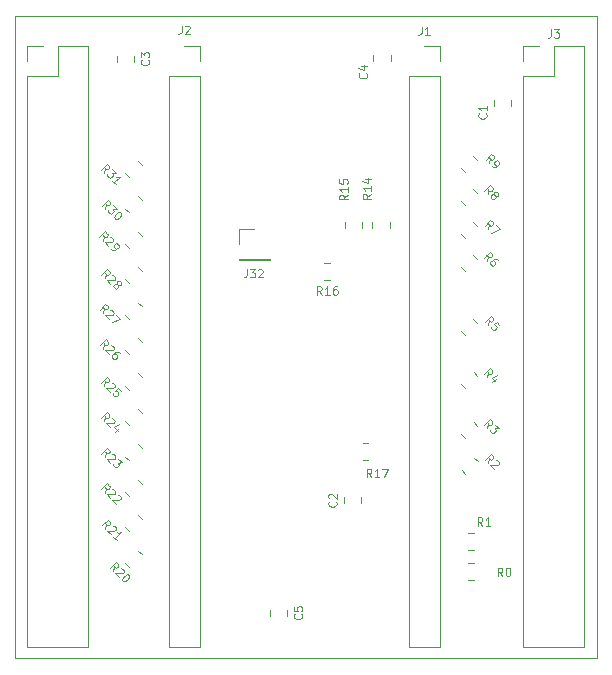
<source format=gbr>
%TF.GenerationSoftware,KiCad,Pcbnew,8.0.5-8.0.5-0~ubuntu24.04.1*%
%TF.CreationDate,2024-09-16T22:52:31+02:00*%
%TF.ProjectId,fx3_tn20k_adapter,6678335f-746e-4323-906b-5f6164617074,0.0.1*%
%TF.SameCoordinates,Original*%
%TF.FileFunction,Legend,Top*%
%TF.FilePolarity,Positive*%
%FSLAX46Y46*%
G04 Gerber Fmt 4.6, Leading zero omitted, Abs format (unit mm)*
G04 Created by KiCad (PCBNEW 8.0.5-8.0.5-0~ubuntu24.04.1) date 2024-09-16 22:52:31*
%MOMM*%
%LPD*%
G01*
G04 APERTURE LIST*
%ADD10C,0.120000*%
%TA.AperFunction,Profile*%
%ADD11C,0.100000*%
%TD*%
G04 APERTURE END LIST*
D10*
X197533532Y-106415676D02*
X197604242Y-106014983D01*
X197250689Y-106132834D02*
X197745664Y-105637859D01*
X197745664Y-105637859D02*
X197934225Y-105826421D01*
X197934225Y-105826421D02*
X197957796Y-105897131D01*
X197957796Y-105897131D02*
X197957796Y-105944272D01*
X197957796Y-105944272D02*
X197934225Y-106014983D01*
X197934225Y-106014983D02*
X197863515Y-106085693D01*
X197863515Y-106085693D02*
X197792804Y-106109263D01*
X197792804Y-106109263D02*
X197745664Y-106109263D01*
X197745664Y-106109263D02*
X197674953Y-106085693D01*
X197674953Y-106085693D02*
X197486391Y-105897131D01*
X198169928Y-106156404D02*
X198217068Y-106156404D01*
X198217068Y-106156404D02*
X198287779Y-106179974D01*
X198287779Y-106179974D02*
X198405630Y-106297825D01*
X198405630Y-106297825D02*
X198429200Y-106368536D01*
X198429200Y-106368536D02*
X198429200Y-106415676D01*
X198429200Y-106415676D02*
X198405630Y-106486387D01*
X198405630Y-106486387D02*
X198358489Y-106533527D01*
X198358489Y-106533527D02*
X198264209Y-106580668D01*
X198264209Y-106580668D02*
X197698523Y-106580668D01*
X197698523Y-106580668D02*
X198004936Y-106887081D01*
X197457332Y-99151276D02*
X197528042Y-98750583D01*
X197174489Y-98868434D02*
X197669464Y-98373459D01*
X197669464Y-98373459D02*
X197858025Y-98562021D01*
X197858025Y-98562021D02*
X197881596Y-98632731D01*
X197881596Y-98632731D02*
X197881596Y-98679872D01*
X197881596Y-98679872D02*
X197858025Y-98750583D01*
X197858025Y-98750583D02*
X197787315Y-98821293D01*
X197787315Y-98821293D02*
X197716604Y-98844863D01*
X197716604Y-98844863D02*
X197669464Y-98844863D01*
X197669464Y-98844863D02*
X197598753Y-98821293D01*
X197598753Y-98821293D02*
X197410191Y-98632731D01*
X198211579Y-99245557D02*
X197881596Y-99575540D01*
X198282289Y-98939144D02*
X197810885Y-99174847D01*
X197810885Y-99174847D02*
X198117298Y-99481260D01*
X184625926Y-109666866D02*
X184659260Y-109700199D01*
X184659260Y-109700199D02*
X184692593Y-109800199D01*
X184692593Y-109800199D02*
X184692593Y-109866866D01*
X184692593Y-109866866D02*
X184659260Y-109966866D01*
X184659260Y-109966866D02*
X184592593Y-110033533D01*
X184592593Y-110033533D02*
X184525926Y-110066866D01*
X184525926Y-110066866D02*
X184392593Y-110100199D01*
X184392593Y-110100199D02*
X184292593Y-110100199D01*
X184292593Y-110100199D02*
X184159260Y-110066866D01*
X184159260Y-110066866D02*
X184092593Y-110033533D01*
X184092593Y-110033533D02*
X184025926Y-109966866D01*
X184025926Y-109966866D02*
X183992593Y-109866866D01*
X183992593Y-109866866D02*
X183992593Y-109800199D01*
X183992593Y-109800199D02*
X184025926Y-109700199D01*
X184025926Y-109700199D02*
X184059260Y-109666866D01*
X184059260Y-109400199D02*
X184025926Y-109366866D01*
X184025926Y-109366866D02*
X183992593Y-109300199D01*
X183992593Y-109300199D02*
X183992593Y-109133533D01*
X183992593Y-109133533D02*
X184025926Y-109066866D01*
X184025926Y-109066866D02*
X184059260Y-109033533D01*
X184059260Y-109033533D02*
X184125926Y-109000199D01*
X184125926Y-109000199D02*
X184192593Y-109000199D01*
X184192593Y-109000199D02*
X184292593Y-109033533D01*
X184292593Y-109033533D02*
X184692593Y-109433533D01*
X184692593Y-109433533D02*
X184692593Y-109000199D01*
X165116029Y-111971174D02*
X165186739Y-111570480D01*
X164833186Y-111688331D02*
X165328161Y-111193356D01*
X165328161Y-111193356D02*
X165516723Y-111381918D01*
X165516723Y-111381918D02*
X165540293Y-111452629D01*
X165540293Y-111452629D02*
X165540293Y-111499769D01*
X165540293Y-111499769D02*
X165516723Y-111570480D01*
X165516723Y-111570480D02*
X165446012Y-111641190D01*
X165446012Y-111641190D02*
X165375301Y-111664761D01*
X165375301Y-111664761D02*
X165328161Y-111664761D01*
X165328161Y-111664761D02*
X165257450Y-111641190D01*
X165257450Y-111641190D02*
X165068888Y-111452629D01*
X165752425Y-111711901D02*
X165799565Y-111711901D01*
X165799565Y-111711901D02*
X165870276Y-111735471D01*
X165870276Y-111735471D02*
X165988127Y-111853322D01*
X165988127Y-111853322D02*
X166011697Y-111924033D01*
X166011697Y-111924033D02*
X166011697Y-111971174D01*
X166011697Y-111971174D02*
X165988127Y-112041884D01*
X165988127Y-112041884D02*
X165940987Y-112089025D01*
X165940987Y-112089025D02*
X165846706Y-112136165D01*
X165846706Y-112136165D02*
X165281020Y-112136165D01*
X165281020Y-112136165D02*
X165587433Y-112442578D01*
X166058838Y-112913983D02*
X165775995Y-112631140D01*
X165917417Y-112772562D02*
X166412391Y-112277587D01*
X166412391Y-112277587D02*
X166294540Y-112301157D01*
X166294540Y-112301157D02*
X166200259Y-112301157D01*
X166200259Y-112301157D02*
X166129549Y-112277587D01*
X164887429Y-87561774D02*
X164958139Y-87161080D01*
X164604586Y-87278931D02*
X165099561Y-86783956D01*
X165099561Y-86783956D02*
X165288123Y-86972518D01*
X165288123Y-86972518D02*
X165311693Y-87043229D01*
X165311693Y-87043229D02*
X165311693Y-87090369D01*
X165311693Y-87090369D02*
X165288123Y-87161080D01*
X165288123Y-87161080D02*
X165217412Y-87231790D01*
X165217412Y-87231790D02*
X165146701Y-87255361D01*
X165146701Y-87255361D02*
X165099561Y-87255361D01*
X165099561Y-87255361D02*
X165028850Y-87231790D01*
X165028850Y-87231790D02*
X164840288Y-87043229D01*
X165523825Y-87302501D02*
X165570965Y-87302501D01*
X165570965Y-87302501D02*
X165641676Y-87326071D01*
X165641676Y-87326071D02*
X165759527Y-87443922D01*
X165759527Y-87443922D02*
X165783097Y-87514633D01*
X165783097Y-87514633D02*
X165783097Y-87561774D01*
X165783097Y-87561774D02*
X165759527Y-87632484D01*
X165759527Y-87632484D02*
X165712387Y-87679625D01*
X165712387Y-87679625D02*
X165618106Y-87726765D01*
X165618106Y-87726765D02*
X165052420Y-87726765D01*
X165052420Y-87726765D02*
X165358833Y-88033178D01*
X165594536Y-88268881D02*
X165688817Y-88363162D01*
X165688817Y-88363162D02*
X165759527Y-88386732D01*
X165759527Y-88386732D02*
X165806668Y-88386732D01*
X165806668Y-88386732D02*
X165924519Y-88363162D01*
X165924519Y-88363162D02*
X166042370Y-88292451D01*
X166042370Y-88292451D02*
X166230932Y-88103889D01*
X166230932Y-88103889D02*
X166254502Y-88033178D01*
X166254502Y-88033178D02*
X166254502Y-87986038D01*
X166254502Y-87986038D02*
X166230932Y-87915327D01*
X166230932Y-87915327D02*
X166136651Y-87821046D01*
X166136651Y-87821046D02*
X166065940Y-87797476D01*
X166065940Y-87797476D02*
X166018800Y-87797476D01*
X166018800Y-87797476D02*
X165948089Y-87821046D01*
X165948089Y-87821046D02*
X165830238Y-87938897D01*
X165830238Y-87938897D02*
X165806668Y-88009608D01*
X165806668Y-88009608D02*
X165806668Y-88056749D01*
X165806668Y-88056749D02*
X165830238Y-88127459D01*
X165830238Y-88127459D02*
X165924519Y-88221740D01*
X165924519Y-88221740D02*
X165995230Y-88245310D01*
X165995230Y-88245310D02*
X166042370Y-88245310D01*
X166042370Y-88245310D02*
X166113081Y-88221740D01*
X197482732Y-83657276D02*
X197553442Y-83256583D01*
X197199889Y-83374434D02*
X197694864Y-82879459D01*
X197694864Y-82879459D02*
X197883425Y-83068021D01*
X197883425Y-83068021D02*
X197906996Y-83138731D01*
X197906996Y-83138731D02*
X197906996Y-83185872D01*
X197906996Y-83185872D02*
X197883425Y-83256583D01*
X197883425Y-83256583D02*
X197812715Y-83327293D01*
X197812715Y-83327293D02*
X197742004Y-83350863D01*
X197742004Y-83350863D02*
X197694864Y-83350863D01*
X197694864Y-83350863D02*
X197624153Y-83327293D01*
X197624153Y-83327293D02*
X197435591Y-83138731D01*
X198048417Y-83657276D02*
X198024847Y-83586566D01*
X198024847Y-83586566D02*
X198024847Y-83539425D01*
X198024847Y-83539425D02*
X198048417Y-83468715D01*
X198048417Y-83468715D02*
X198071987Y-83445144D01*
X198071987Y-83445144D02*
X198142698Y-83421574D01*
X198142698Y-83421574D02*
X198189838Y-83421574D01*
X198189838Y-83421574D02*
X198260549Y-83445144D01*
X198260549Y-83445144D02*
X198354830Y-83539425D01*
X198354830Y-83539425D02*
X198378400Y-83610136D01*
X198378400Y-83610136D02*
X198378400Y-83657276D01*
X198378400Y-83657276D02*
X198354830Y-83727987D01*
X198354830Y-83727987D02*
X198331260Y-83751557D01*
X198331260Y-83751557D02*
X198260549Y-83775127D01*
X198260549Y-83775127D02*
X198213409Y-83775127D01*
X198213409Y-83775127D02*
X198142698Y-83751557D01*
X198142698Y-83751557D02*
X198048417Y-83657276D01*
X198048417Y-83657276D02*
X197977706Y-83633706D01*
X197977706Y-83633706D02*
X197930566Y-83633706D01*
X197930566Y-83633706D02*
X197859855Y-83657276D01*
X197859855Y-83657276D02*
X197765574Y-83751557D01*
X197765574Y-83751557D02*
X197742004Y-83822268D01*
X197742004Y-83822268D02*
X197742004Y-83869408D01*
X197742004Y-83869408D02*
X197765574Y-83940119D01*
X197765574Y-83940119D02*
X197859855Y-84034400D01*
X197859855Y-84034400D02*
X197930566Y-84057970D01*
X197930566Y-84057970D02*
X197977706Y-84057970D01*
X197977706Y-84057970D02*
X198048417Y-84034400D01*
X198048417Y-84034400D02*
X198142698Y-83940119D01*
X198142698Y-83940119D02*
X198166268Y-83869408D01*
X198166268Y-83869408D02*
X198166268Y-83822268D01*
X198166268Y-83822268D02*
X198142698Y-83751557D01*
X197457332Y-103469275D02*
X197528042Y-103068582D01*
X197174489Y-103186433D02*
X197669464Y-102691458D01*
X197669464Y-102691458D02*
X197858025Y-102880020D01*
X197858025Y-102880020D02*
X197881596Y-102950730D01*
X197881596Y-102950730D02*
X197881596Y-102997871D01*
X197881596Y-102997871D02*
X197858025Y-103068582D01*
X197858025Y-103068582D02*
X197787315Y-103139292D01*
X197787315Y-103139292D02*
X197716604Y-103162862D01*
X197716604Y-103162862D02*
X197669464Y-103162862D01*
X197669464Y-103162862D02*
X197598753Y-103139292D01*
X197598753Y-103139292D02*
X197410191Y-102950730D01*
X198117298Y-103139292D02*
X198423711Y-103445705D01*
X198423711Y-103445705D02*
X198070157Y-103469275D01*
X198070157Y-103469275D02*
X198140868Y-103539986D01*
X198140868Y-103539986D02*
X198164438Y-103610697D01*
X198164438Y-103610697D02*
X198164438Y-103657837D01*
X198164438Y-103657837D02*
X198140868Y-103728548D01*
X198140868Y-103728548D02*
X198023017Y-103846399D01*
X198023017Y-103846399D02*
X197952306Y-103869969D01*
X197952306Y-103869969D02*
X197905166Y-103869969D01*
X197905166Y-103869969D02*
X197834455Y-103846399D01*
X197834455Y-103846399D02*
X197693034Y-103704978D01*
X197693034Y-103704978D02*
X197669464Y-103634267D01*
X197669464Y-103634267D02*
X197669464Y-103587126D01*
X164912829Y-93708574D02*
X164983539Y-93307880D01*
X164629986Y-93425731D02*
X165124961Y-92930756D01*
X165124961Y-92930756D02*
X165313523Y-93119318D01*
X165313523Y-93119318D02*
X165337093Y-93190029D01*
X165337093Y-93190029D02*
X165337093Y-93237169D01*
X165337093Y-93237169D02*
X165313523Y-93307880D01*
X165313523Y-93307880D02*
X165242812Y-93378590D01*
X165242812Y-93378590D02*
X165172101Y-93402161D01*
X165172101Y-93402161D02*
X165124961Y-93402161D01*
X165124961Y-93402161D02*
X165054250Y-93378590D01*
X165054250Y-93378590D02*
X164865688Y-93190029D01*
X165549225Y-93449301D02*
X165596365Y-93449301D01*
X165596365Y-93449301D02*
X165667076Y-93472871D01*
X165667076Y-93472871D02*
X165784927Y-93590722D01*
X165784927Y-93590722D02*
X165808497Y-93661433D01*
X165808497Y-93661433D02*
X165808497Y-93708574D01*
X165808497Y-93708574D02*
X165784927Y-93779284D01*
X165784927Y-93779284D02*
X165737787Y-93826425D01*
X165737787Y-93826425D02*
X165643506Y-93873565D01*
X165643506Y-93873565D02*
X165077820Y-93873565D01*
X165077820Y-93873565D02*
X165384233Y-94179978D01*
X166044200Y-93849995D02*
X166374183Y-94179978D01*
X166374183Y-94179978D02*
X165667076Y-94462821D01*
X202839666Y-69677593D02*
X202839666Y-70177593D01*
X202839666Y-70177593D02*
X202806333Y-70277593D01*
X202806333Y-70277593D02*
X202739666Y-70344260D01*
X202739666Y-70344260D02*
X202639666Y-70377593D01*
X202639666Y-70377593D02*
X202573000Y-70377593D01*
X203106333Y-69677593D02*
X203539666Y-69677593D01*
X203539666Y-69677593D02*
X203306333Y-69944260D01*
X203306333Y-69944260D02*
X203406333Y-69944260D01*
X203406333Y-69944260D02*
X203472999Y-69977593D01*
X203472999Y-69977593D02*
X203506333Y-70010926D01*
X203506333Y-70010926D02*
X203539666Y-70077593D01*
X203539666Y-70077593D02*
X203539666Y-70244260D01*
X203539666Y-70244260D02*
X203506333Y-70310926D01*
X203506333Y-70310926D02*
X203472999Y-70344260D01*
X203472999Y-70344260D02*
X203406333Y-70377593D01*
X203406333Y-70377593D02*
X203206333Y-70377593D01*
X203206333Y-70377593D02*
X203139666Y-70344260D01*
X203139666Y-70344260D02*
X203106333Y-70310926D01*
X164938229Y-96705774D02*
X165008939Y-96305080D01*
X164655386Y-96422931D02*
X165150361Y-95927956D01*
X165150361Y-95927956D02*
X165338923Y-96116518D01*
X165338923Y-96116518D02*
X165362493Y-96187229D01*
X165362493Y-96187229D02*
X165362493Y-96234369D01*
X165362493Y-96234369D02*
X165338923Y-96305080D01*
X165338923Y-96305080D02*
X165268212Y-96375790D01*
X165268212Y-96375790D02*
X165197501Y-96399361D01*
X165197501Y-96399361D02*
X165150361Y-96399361D01*
X165150361Y-96399361D02*
X165079650Y-96375790D01*
X165079650Y-96375790D02*
X164891088Y-96187229D01*
X165574625Y-96446501D02*
X165621765Y-96446501D01*
X165621765Y-96446501D02*
X165692476Y-96470071D01*
X165692476Y-96470071D02*
X165810327Y-96587922D01*
X165810327Y-96587922D02*
X165833897Y-96658633D01*
X165833897Y-96658633D02*
X165833897Y-96705774D01*
X165833897Y-96705774D02*
X165810327Y-96776484D01*
X165810327Y-96776484D02*
X165763187Y-96823625D01*
X165763187Y-96823625D02*
X165668906Y-96870765D01*
X165668906Y-96870765D02*
X165103220Y-96870765D01*
X165103220Y-96870765D02*
X165409633Y-97177178D01*
X166328872Y-97106468D02*
X166234591Y-97012187D01*
X166234591Y-97012187D02*
X166163881Y-96988617D01*
X166163881Y-96988617D02*
X166116740Y-96988617D01*
X166116740Y-96988617D02*
X165998889Y-97012187D01*
X165998889Y-97012187D02*
X165881038Y-97082897D01*
X165881038Y-97082897D02*
X165692476Y-97271459D01*
X165692476Y-97271459D02*
X165668906Y-97342170D01*
X165668906Y-97342170D02*
X165668906Y-97389310D01*
X165668906Y-97389310D02*
X165692476Y-97460021D01*
X165692476Y-97460021D02*
X165786757Y-97554302D01*
X165786757Y-97554302D02*
X165857468Y-97577872D01*
X165857468Y-97577872D02*
X165904608Y-97577872D01*
X165904608Y-97577872D02*
X165975319Y-97554302D01*
X165975319Y-97554302D02*
X166093170Y-97436451D01*
X166093170Y-97436451D02*
X166116740Y-97365740D01*
X166116740Y-97365740D02*
X166116740Y-97318600D01*
X166116740Y-97318600D02*
X166093170Y-97247889D01*
X166093170Y-97247889D02*
X165998889Y-97153608D01*
X165998889Y-97153608D02*
X165928179Y-97130038D01*
X165928179Y-97130038D02*
X165881038Y-97130038D01*
X165881038Y-97130038D02*
X165810327Y-97153608D01*
X187591793Y-83609600D02*
X187258460Y-83842933D01*
X187591793Y-84009600D02*
X186891793Y-84009600D01*
X186891793Y-84009600D02*
X186891793Y-83742933D01*
X186891793Y-83742933D02*
X186925126Y-83676267D01*
X186925126Y-83676267D02*
X186958460Y-83642933D01*
X186958460Y-83642933D02*
X187025126Y-83609600D01*
X187025126Y-83609600D02*
X187125126Y-83609600D01*
X187125126Y-83609600D02*
X187191793Y-83642933D01*
X187191793Y-83642933D02*
X187225126Y-83676267D01*
X187225126Y-83676267D02*
X187258460Y-83742933D01*
X187258460Y-83742933D02*
X187258460Y-84009600D01*
X187591793Y-82942933D02*
X187591793Y-83342933D01*
X187591793Y-83142933D02*
X186891793Y-83142933D01*
X186891793Y-83142933D02*
X186991793Y-83209600D01*
X186991793Y-83209600D02*
X187058460Y-83276267D01*
X187058460Y-83276267D02*
X187091793Y-83342933D01*
X187125126Y-82342933D02*
X187591793Y-82342933D01*
X186858460Y-82509600D02*
X187358460Y-82676266D01*
X187358460Y-82676266D02*
X187358460Y-82242933D01*
X165065229Y-105900574D02*
X165135939Y-105499880D01*
X164782386Y-105617731D02*
X165277361Y-105122756D01*
X165277361Y-105122756D02*
X165465923Y-105311318D01*
X165465923Y-105311318D02*
X165489493Y-105382029D01*
X165489493Y-105382029D02*
X165489493Y-105429169D01*
X165489493Y-105429169D02*
X165465923Y-105499880D01*
X165465923Y-105499880D02*
X165395212Y-105570590D01*
X165395212Y-105570590D02*
X165324501Y-105594161D01*
X165324501Y-105594161D02*
X165277361Y-105594161D01*
X165277361Y-105594161D02*
X165206650Y-105570590D01*
X165206650Y-105570590D02*
X165018088Y-105382029D01*
X165701625Y-105641301D02*
X165748765Y-105641301D01*
X165748765Y-105641301D02*
X165819476Y-105664871D01*
X165819476Y-105664871D02*
X165937327Y-105782722D01*
X165937327Y-105782722D02*
X165960897Y-105853433D01*
X165960897Y-105853433D02*
X165960897Y-105900574D01*
X165960897Y-105900574D02*
X165937327Y-105971284D01*
X165937327Y-105971284D02*
X165890187Y-106018425D01*
X165890187Y-106018425D02*
X165795906Y-106065565D01*
X165795906Y-106065565D02*
X165230220Y-106065565D01*
X165230220Y-106065565D02*
X165536633Y-106371978D01*
X166196600Y-106041995D02*
X166503013Y-106348408D01*
X166503013Y-106348408D02*
X166149459Y-106371978D01*
X166149459Y-106371978D02*
X166220170Y-106442689D01*
X166220170Y-106442689D02*
X166243740Y-106513400D01*
X166243740Y-106513400D02*
X166243740Y-106560540D01*
X166243740Y-106560540D02*
X166220170Y-106631251D01*
X166220170Y-106631251D02*
X166102319Y-106749102D01*
X166102319Y-106749102D02*
X166031608Y-106772672D01*
X166031608Y-106772672D02*
X165984468Y-106772672D01*
X165984468Y-106772672D02*
X165913757Y-106749102D01*
X165913757Y-106749102D02*
X165772336Y-106607681D01*
X165772336Y-106607681D02*
X165748766Y-106536970D01*
X165748766Y-106536970D02*
X165748766Y-106489829D01*
X183445999Y-92137593D02*
X183212666Y-91804260D01*
X183045999Y-92137593D02*
X183045999Y-91437593D01*
X183045999Y-91437593D02*
X183312666Y-91437593D01*
X183312666Y-91437593D02*
X183379333Y-91470926D01*
X183379333Y-91470926D02*
X183412666Y-91504260D01*
X183412666Y-91504260D02*
X183445999Y-91570926D01*
X183445999Y-91570926D02*
X183445999Y-91670926D01*
X183445999Y-91670926D02*
X183412666Y-91737593D01*
X183412666Y-91737593D02*
X183379333Y-91770926D01*
X183379333Y-91770926D02*
X183312666Y-91804260D01*
X183312666Y-91804260D02*
X183045999Y-91804260D01*
X184112666Y-92137593D02*
X183712666Y-92137593D01*
X183912666Y-92137593D02*
X183912666Y-91437593D01*
X183912666Y-91437593D02*
X183845999Y-91537593D01*
X183845999Y-91537593D02*
X183779333Y-91604260D01*
X183779333Y-91604260D02*
X183712666Y-91637593D01*
X184712666Y-91437593D02*
X184579333Y-91437593D01*
X184579333Y-91437593D02*
X184512666Y-91470926D01*
X184512666Y-91470926D02*
X184479333Y-91504260D01*
X184479333Y-91504260D02*
X184412666Y-91604260D01*
X184412666Y-91604260D02*
X184379333Y-91737593D01*
X184379333Y-91737593D02*
X184379333Y-92004260D01*
X184379333Y-92004260D02*
X184412666Y-92070926D01*
X184412666Y-92070926D02*
X184446000Y-92104260D01*
X184446000Y-92104260D02*
X184512666Y-92137593D01*
X184512666Y-92137593D02*
X184646000Y-92137593D01*
X184646000Y-92137593D02*
X184712666Y-92104260D01*
X184712666Y-92104260D02*
X184746000Y-92070926D01*
X184746000Y-92070926D02*
X184779333Y-92004260D01*
X184779333Y-92004260D02*
X184779333Y-91837593D01*
X184779333Y-91837593D02*
X184746000Y-91770926D01*
X184746000Y-91770926D02*
X184712666Y-91737593D01*
X184712666Y-91737593D02*
X184646000Y-91704260D01*
X184646000Y-91704260D02*
X184512666Y-91704260D01*
X184512666Y-91704260D02*
X184446000Y-91737593D01*
X184446000Y-91737593D02*
X184412666Y-91770926D01*
X184412666Y-91770926D02*
X184379333Y-91837593D01*
X197329526Y-76799266D02*
X197362860Y-76832599D01*
X197362860Y-76832599D02*
X197396193Y-76932599D01*
X197396193Y-76932599D02*
X197396193Y-76999266D01*
X197396193Y-76999266D02*
X197362860Y-77099266D01*
X197362860Y-77099266D02*
X197296193Y-77165933D01*
X197296193Y-77165933D02*
X197229526Y-77199266D01*
X197229526Y-77199266D02*
X197096193Y-77232599D01*
X197096193Y-77232599D02*
X196996193Y-77232599D01*
X196996193Y-77232599D02*
X196862860Y-77199266D01*
X196862860Y-77199266D02*
X196796193Y-77165933D01*
X196796193Y-77165933D02*
X196729526Y-77099266D01*
X196729526Y-77099266D02*
X196696193Y-76999266D01*
X196696193Y-76999266D02*
X196696193Y-76932599D01*
X196696193Y-76932599D02*
X196729526Y-76832599D01*
X196729526Y-76832599D02*
X196762860Y-76799266D01*
X197396193Y-76132599D02*
X197396193Y-76532599D01*
X197396193Y-76332599D02*
X196696193Y-76332599D01*
X196696193Y-76332599D02*
X196796193Y-76399266D01*
X196796193Y-76399266D02*
X196862860Y-76465933D01*
X196862860Y-76465933D02*
X196896193Y-76532599D01*
X197584332Y-81015675D02*
X197655042Y-80614982D01*
X197301489Y-80732833D02*
X197796464Y-80237858D01*
X197796464Y-80237858D02*
X197985025Y-80426420D01*
X197985025Y-80426420D02*
X198008596Y-80497130D01*
X198008596Y-80497130D02*
X198008596Y-80544271D01*
X198008596Y-80544271D02*
X197985025Y-80614982D01*
X197985025Y-80614982D02*
X197914315Y-80685692D01*
X197914315Y-80685692D02*
X197843604Y-80709262D01*
X197843604Y-80709262D02*
X197796464Y-80709262D01*
X197796464Y-80709262D02*
X197725753Y-80685692D01*
X197725753Y-80685692D02*
X197537191Y-80497130D01*
X197820034Y-81251378D02*
X197914315Y-81345659D01*
X197914315Y-81345659D02*
X197985025Y-81369229D01*
X197985025Y-81369229D02*
X198032166Y-81369229D01*
X198032166Y-81369229D02*
X198150017Y-81345659D01*
X198150017Y-81345659D02*
X198267868Y-81274948D01*
X198267868Y-81274948D02*
X198456430Y-81086386D01*
X198456430Y-81086386D02*
X198480000Y-81015675D01*
X198480000Y-81015675D02*
X198480000Y-80968535D01*
X198480000Y-80968535D02*
X198456430Y-80897824D01*
X198456430Y-80897824D02*
X198362149Y-80803543D01*
X198362149Y-80803543D02*
X198291438Y-80779973D01*
X198291438Y-80779973D02*
X198244298Y-80779973D01*
X198244298Y-80779973D02*
X198173587Y-80803543D01*
X198173587Y-80803543D02*
X198055736Y-80921394D01*
X198055736Y-80921394D02*
X198032166Y-80992105D01*
X198032166Y-80992105D02*
X198032166Y-81039246D01*
X198032166Y-81039246D02*
X198055736Y-81109956D01*
X198055736Y-81109956D02*
X198150017Y-81204237D01*
X198150017Y-81204237D02*
X198220728Y-81227807D01*
X198220728Y-81227807D02*
X198267868Y-81227807D01*
X198267868Y-81227807D02*
X198338579Y-81204237D01*
X165065229Y-90762175D02*
X165135939Y-90361481D01*
X164782386Y-90479332D02*
X165277361Y-89984357D01*
X165277361Y-89984357D02*
X165465923Y-90172919D01*
X165465923Y-90172919D02*
X165489493Y-90243630D01*
X165489493Y-90243630D02*
X165489493Y-90290770D01*
X165489493Y-90290770D02*
X165465923Y-90361481D01*
X165465923Y-90361481D02*
X165395212Y-90432191D01*
X165395212Y-90432191D02*
X165324501Y-90455762D01*
X165324501Y-90455762D02*
X165277361Y-90455762D01*
X165277361Y-90455762D02*
X165206650Y-90432191D01*
X165206650Y-90432191D02*
X165018088Y-90243630D01*
X165701625Y-90502902D02*
X165748765Y-90502902D01*
X165748765Y-90502902D02*
X165819476Y-90526472D01*
X165819476Y-90526472D02*
X165937327Y-90644323D01*
X165937327Y-90644323D02*
X165960897Y-90715034D01*
X165960897Y-90715034D02*
X165960897Y-90762175D01*
X165960897Y-90762175D02*
X165937327Y-90832885D01*
X165937327Y-90832885D02*
X165890187Y-90880026D01*
X165890187Y-90880026D02*
X165795906Y-90927166D01*
X165795906Y-90927166D02*
X165230220Y-90927166D01*
X165230220Y-90927166D02*
X165536633Y-91233579D01*
X166102319Y-91233579D02*
X166078749Y-91162869D01*
X166078749Y-91162869D02*
X166078749Y-91115728D01*
X166078749Y-91115728D02*
X166102319Y-91045018D01*
X166102319Y-91045018D02*
X166125889Y-91021447D01*
X166125889Y-91021447D02*
X166196600Y-90997877D01*
X166196600Y-90997877D02*
X166243740Y-90997877D01*
X166243740Y-90997877D02*
X166314451Y-91021447D01*
X166314451Y-91021447D02*
X166408732Y-91115728D01*
X166408732Y-91115728D02*
X166432302Y-91186439D01*
X166432302Y-91186439D02*
X166432302Y-91233579D01*
X166432302Y-91233579D02*
X166408732Y-91304290D01*
X166408732Y-91304290D02*
X166385162Y-91327860D01*
X166385162Y-91327860D02*
X166314451Y-91351430D01*
X166314451Y-91351430D02*
X166267311Y-91351430D01*
X166267311Y-91351430D02*
X166196600Y-91327860D01*
X166196600Y-91327860D02*
X166102319Y-91233579D01*
X166102319Y-91233579D02*
X166031608Y-91210009D01*
X166031608Y-91210009D02*
X165984468Y-91210009D01*
X165984468Y-91210009D02*
X165913757Y-91233579D01*
X165913757Y-91233579D02*
X165819476Y-91327860D01*
X165819476Y-91327860D02*
X165795906Y-91398571D01*
X165795906Y-91398571D02*
X165795906Y-91445711D01*
X165795906Y-91445711D02*
X165819476Y-91516422D01*
X165819476Y-91516422D02*
X165913757Y-91610703D01*
X165913757Y-91610703D02*
X165984468Y-91634273D01*
X165984468Y-91634273D02*
X166031608Y-91634273D01*
X166031608Y-91634273D02*
X166102319Y-91610703D01*
X166102319Y-91610703D02*
X166196600Y-91516422D01*
X166196600Y-91516422D02*
X166220170Y-91445711D01*
X166220170Y-91445711D02*
X166220170Y-91398571D01*
X166220170Y-91398571D02*
X166196600Y-91327860D01*
X165116029Y-84894774D02*
X165186739Y-84494080D01*
X164833186Y-84611931D02*
X165328161Y-84116956D01*
X165328161Y-84116956D02*
X165516723Y-84305518D01*
X165516723Y-84305518D02*
X165540293Y-84376229D01*
X165540293Y-84376229D02*
X165540293Y-84423369D01*
X165540293Y-84423369D02*
X165516723Y-84494080D01*
X165516723Y-84494080D02*
X165446012Y-84564790D01*
X165446012Y-84564790D02*
X165375301Y-84588361D01*
X165375301Y-84588361D02*
X165328161Y-84588361D01*
X165328161Y-84588361D02*
X165257450Y-84564790D01*
X165257450Y-84564790D02*
X165068888Y-84376229D01*
X165775995Y-84564790D02*
X166082408Y-84871203D01*
X166082408Y-84871203D02*
X165728855Y-84894774D01*
X165728855Y-84894774D02*
X165799565Y-84965484D01*
X165799565Y-84965484D02*
X165823136Y-85036195D01*
X165823136Y-85036195D02*
X165823136Y-85083335D01*
X165823136Y-85083335D02*
X165799565Y-85154046D01*
X165799565Y-85154046D02*
X165681714Y-85271897D01*
X165681714Y-85271897D02*
X165611004Y-85295467D01*
X165611004Y-85295467D02*
X165563863Y-85295467D01*
X165563863Y-85295467D02*
X165493152Y-85271897D01*
X165493152Y-85271897D02*
X165351731Y-85130476D01*
X165351731Y-85130476D02*
X165328161Y-85059765D01*
X165328161Y-85059765D02*
X165328161Y-85012625D01*
X166388821Y-85177617D02*
X166435962Y-85224757D01*
X166435962Y-85224757D02*
X166459532Y-85295468D01*
X166459532Y-85295468D02*
X166459532Y-85342608D01*
X166459532Y-85342608D02*
X166435962Y-85413319D01*
X166435962Y-85413319D02*
X166365251Y-85531170D01*
X166365251Y-85531170D02*
X166247400Y-85649021D01*
X166247400Y-85649021D02*
X166129549Y-85719732D01*
X166129549Y-85719732D02*
X166058838Y-85743302D01*
X166058838Y-85743302D02*
X166011698Y-85743302D01*
X166011698Y-85743302D02*
X165940987Y-85719732D01*
X165940987Y-85719732D02*
X165893847Y-85672591D01*
X165893847Y-85672591D02*
X165870276Y-85601881D01*
X165870276Y-85601881D02*
X165870276Y-85554740D01*
X165870276Y-85554740D02*
X165893847Y-85484029D01*
X165893847Y-85484029D02*
X165964557Y-85366178D01*
X165964557Y-85366178D02*
X166082408Y-85248327D01*
X166082408Y-85248327D02*
X166200259Y-85177617D01*
X166200259Y-85177617D02*
X166270970Y-85154046D01*
X166270970Y-85154046D02*
X166318111Y-85154046D01*
X166318111Y-85154046D02*
X166388821Y-85177617D01*
X171572266Y-69365993D02*
X171572266Y-69865993D01*
X171572266Y-69865993D02*
X171538933Y-69965993D01*
X171538933Y-69965993D02*
X171472266Y-70032660D01*
X171472266Y-70032660D02*
X171372266Y-70065993D01*
X171372266Y-70065993D02*
X171305600Y-70065993D01*
X171872266Y-69432660D02*
X171905599Y-69399326D01*
X171905599Y-69399326D02*
X171972266Y-69365993D01*
X171972266Y-69365993D02*
X172138933Y-69365993D01*
X172138933Y-69365993D02*
X172205599Y-69399326D01*
X172205599Y-69399326D02*
X172238933Y-69432660D01*
X172238933Y-69432660D02*
X172272266Y-69499326D01*
X172272266Y-69499326D02*
X172272266Y-69565993D01*
X172272266Y-69565993D02*
X172238933Y-69665993D01*
X172238933Y-69665993D02*
X171838933Y-70065993D01*
X171838933Y-70065993D02*
X172272266Y-70065993D01*
X165014429Y-102877975D02*
X165085139Y-102477281D01*
X164731586Y-102595132D02*
X165226561Y-102100157D01*
X165226561Y-102100157D02*
X165415123Y-102288719D01*
X165415123Y-102288719D02*
X165438693Y-102359430D01*
X165438693Y-102359430D02*
X165438693Y-102406570D01*
X165438693Y-102406570D02*
X165415123Y-102477281D01*
X165415123Y-102477281D02*
X165344412Y-102547991D01*
X165344412Y-102547991D02*
X165273701Y-102571562D01*
X165273701Y-102571562D02*
X165226561Y-102571562D01*
X165226561Y-102571562D02*
X165155850Y-102547991D01*
X165155850Y-102547991D02*
X164967288Y-102359430D01*
X165650825Y-102618702D02*
X165697965Y-102618702D01*
X165697965Y-102618702D02*
X165768676Y-102642272D01*
X165768676Y-102642272D02*
X165886527Y-102760123D01*
X165886527Y-102760123D02*
X165910097Y-102830834D01*
X165910097Y-102830834D02*
X165910097Y-102877975D01*
X165910097Y-102877975D02*
X165886527Y-102948685D01*
X165886527Y-102948685D02*
X165839387Y-102995826D01*
X165839387Y-102995826D02*
X165745106Y-103042966D01*
X165745106Y-103042966D02*
X165179420Y-103042966D01*
X165179420Y-103042966D02*
X165485833Y-103349379D01*
X166240081Y-103443660D02*
X165910098Y-103773643D01*
X166310791Y-103137247D02*
X165839387Y-103372950D01*
X165839387Y-103372950D02*
X166145800Y-103679363D01*
X165039829Y-99880774D02*
X165110539Y-99480080D01*
X164756986Y-99597931D02*
X165251961Y-99102956D01*
X165251961Y-99102956D02*
X165440523Y-99291518D01*
X165440523Y-99291518D02*
X165464093Y-99362229D01*
X165464093Y-99362229D02*
X165464093Y-99409369D01*
X165464093Y-99409369D02*
X165440523Y-99480080D01*
X165440523Y-99480080D02*
X165369812Y-99550790D01*
X165369812Y-99550790D02*
X165299101Y-99574361D01*
X165299101Y-99574361D02*
X165251961Y-99574361D01*
X165251961Y-99574361D02*
X165181250Y-99550790D01*
X165181250Y-99550790D02*
X164992688Y-99362229D01*
X165676225Y-99621501D02*
X165723365Y-99621501D01*
X165723365Y-99621501D02*
X165794076Y-99645071D01*
X165794076Y-99645071D02*
X165911927Y-99762922D01*
X165911927Y-99762922D02*
X165935497Y-99833633D01*
X165935497Y-99833633D02*
X165935497Y-99880774D01*
X165935497Y-99880774D02*
X165911927Y-99951484D01*
X165911927Y-99951484D02*
X165864787Y-99998625D01*
X165864787Y-99998625D02*
X165770506Y-100045765D01*
X165770506Y-100045765D02*
X165204820Y-100045765D01*
X165204820Y-100045765D02*
X165511233Y-100352178D01*
X166454043Y-100305038D02*
X166218340Y-100069336D01*
X166218340Y-100069336D02*
X165959068Y-100281468D01*
X165959068Y-100281468D02*
X166006208Y-100281468D01*
X166006208Y-100281468D02*
X166076919Y-100305038D01*
X166076919Y-100305038D02*
X166194770Y-100422889D01*
X166194770Y-100422889D02*
X166218340Y-100493600D01*
X166218340Y-100493600D02*
X166218340Y-100540740D01*
X166218340Y-100540740D02*
X166194770Y-100611451D01*
X166194770Y-100611451D02*
X166076919Y-100729302D01*
X166076919Y-100729302D02*
X166006208Y-100752872D01*
X166006208Y-100752872D02*
X165959068Y-100752872D01*
X165959068Y-100752872D02*
X165888357Y-100729302D01*
X165888357Y-100729302D02*
X165770506Y-100611451D01*
X165770506Y-100611451D02*
X165746936Y-100540740D01*
X165746936Y-100540740D02*
X165746936Y-100493600D01*
X168758126Y-72278066D02*
X168791460Y-72311399D01*
X168791460Y-72311399D02*
X168824793Y-72411399D01*
X168824793Y-72411399D02*
X168824793Y-72478066D01*
X168824793Y-72478066D02*
X168791460Y-72578066D01*
X168791460Y-72578066D02*
X168724793Y-72644733D01*
X168724793Y-72644733D02*
X168658126Y-72678066D01*
X168658126Y-72678066D02*
X168524793Y-72711399D01*
X168524793Y-72711399D02*
X168424793Y-72711399D01*
X168424793Y-72711399D02*
X168291460Y-72678066D01*
X168291460Y-72678066D02*
X168224793Y-72644733D01*
X168224793Y-72644733D02*
X168158126Y-72578066D01*
X168158126Y-72578066D02*
X168124793Y-72478066D01*
X168124793Y-72478066D02*
X168124793Y-72411399D01*
X168124793Y-72411399D02*
X168158126Y-72311399D01*
X168158126Y-72311399D02*
X168191460Y-72278066D01*
X168124793Y-72044733D02*
X168124793Y-71611399D01*
X168124793Y-71611399D02*
X168391460Y-71844733D01*
X168391460Y-71844733D02*
X168391460Y-71744733D01*
X168391460Y-71744733D02*
X168424793Y-71678066D01*
X168424793Y-71678066D02*
X168458126Y-71644733D01*
X168458126Y-71644733D02*
X168524793Y-71611399D01*
X168524793Y-71611399D02*
X168691460Y-71611399D01*
X168691460Y-71611399D02*
X168758126Y-71644733D01*
X168758126Y-71644733D02*
X168791460Y-71678066D01*
X168791460Y-71678066D02*
X168824793Y-71744733D01*
X168824793Y-71744733D02*
X168824793Y-71944733D01*
X168824793Y-71944733D02*
X168791460Y-72011399D01*
X168791460Y-72011399D02*
X168758126Y-72044733D01*
X197508132Y-86603676D02*
X197578842Y-86202983D01*
X197225289Y-86320834D02*
X197720264Y-85825859D01*
X197720264Y-85825859D02*
X197908825Y-86014421D01*
X197908825Y-86014421D02*
X197932396Y-86085131D01*
X197932396Y-86085131D02*
X197932396Y-86132272D01*
X197932396Y-86132272D02*
X197908825Y-86202983D01*
X197908825Y-86202983D02*
X197838115Y-86273693D01*
X197838115Y-86273693D02*
X197767404Y-86297263D01*
X197767404Y-86297263D02*
X197720264Y-86297263D01*
X197720264Y-86297263D02*
X197649553Y-86273693D01*
X197649553Y-86273693D02*
X197460991Y-86085131D01*
X198168098Y-86273693D02*
X198498081Y-86603676D01*
X198498081Y-86603676D02*
X197790974Y-86886519D01*
X165065229Y-108897774D02*
X165135939Y-108497080D01*
X164782386Y-108614931D02*
X165277361Y-108119956D01*
X165277361Y-108119956D02*
X165465923Y-108308518D01*
X165465923Y-108308518D02*
X165489493Y-108379229D01*
X165489493Y-108379229D02*
X165489493Y-108426369D01*
X165489493Y-108426369D02*
X165465923Y-108497080D01*
X165465923Y-108497080D02*
X165395212Y-108567790D01*
X165395212Y-108567790D02*
X165324501Y-108591361D01*
X165324501Y-108591361D02*
X165277361Y-108591361D01*
X165277361Y-108591361D02*
X165206650Y-108567790D01*
X165206650Y-108567790D02*
X165018088Y-108379229D01*
X165701625Y-108638501D02*
X165748765Y-108638501D01*
X165748765Y-108638501D02*
X165819476Y-108662071D01*
X165819476Y-108662071D02*
X165937327Y-108779922D01*
X165937327Y-108779922D02*
X165960897Y-108850633D01*
X165960897Y-108850633D02*
X165960897Y-108897774D01*
X165960897Y-108897774D02*
X165937327Y-108968484D01*
X165937327Y-108968484D02*
X165890187Y-109015625D01*
X165890187Y-109015625D02*
X165795906Y-109062765D01*
X165795906Y-109062765D02*
X165230220Y-109062765D01*
X165230220Y-109062765D02*
X165536633Y-109369178D01*
X166173030Y-109109906D02*
X166220170Y-109109906D01*
X166220170Y-109109906D02*
X166290881Y-109133476D01*
X166290881Y-109133476D02*
X166408732Y-109251327D01*
X166408732Y-109251327D02*
X166432302Y-109322038D01*
X166432302Y-109322038D02*
X166432302Y-109369178D01*
X166432302Y-109369178D02*
X166408732Y-109439889D01*
X166408732Y-109439889D02*
X166361591Y-109487029D01*
X166361591Y-109487029D02*
X166267311Y-109534170D01*
X166267311Y-109534170D02*
X165701625Y-109534170D01*
X165701625Y-109534170D02*
X166008038Y-109840583D01*
X198739933Y-115963793D02*
X198506600Y-115630460D01*
X198339933Y-115963793D02*
X198339933Y-115263793D01*
X198339933Y-115263793D02*
X198606600Y-115263793D01*
X198606600Y-115263793D02*
X198673267Y-115297126D01*
X198673267Y-115297126D02*
X198706600Y-115330460D01*
X198706600Y-115330460D02*
X198739933Y-115397126D01*
X198739933Y-115397126D02*
X198739933Y-115497126D01*
X198739933Y-115497126D02*
X198706600Y-115563793D01*
X198706600Y-115563793D02*
X198673267Y-115597126D01*
X198673267Y-115597126D02*
X198606600Y-115630460D01*
X198606600Y-115630460D02*
X198339933Y-115630460D01*
X199173267Y-115263793D02*
X199239933Y-115263793D01*
X199239933Y-115263793D02*
X199306600Y-115297126D01*
X199306600Y-115297126D02*
X199339933Y-115330460D01*
X199339933Y-115330460D02*
X199373267Y-115397126D01*
X199373267Y-115397126D02*
X199406600Y-115530460D01*
X199406600Y-115530460D02*
X199406600Y-115697126D01*
X199406600Y-115697126D02*
X199373267Y-115830460D01*
X199373267Y-115830460D02*
X199339933Y-115897126D01*
X199339933Y-115897126D02*
X199306600Y-115930460D01*
X199306600Y-115930460D02*
X199239933Y-115963793D01*
X199239933Y-115963793D02*
X199173267Y-115963793D01*
X199173267Y-115963793D02*
X199106600Y-115930460D01*
X199106600Y-115930460D02*
X199073267Y-115897126D01*
X199073267Y-115897126D02*
X199039933Y-115830460D01*
X199039933Y-115830460D02*
X199006600Y-115697126D01*
X199006600Y-115697126D02*
X199006600Y-115530460D01*
X199006600Y-115530460D02*
X199039933Y-115397126D01*
X199039933Y-115397126D02*
X199073267Y-115330460D01*
X199073267Y-115330460D02*
X199106600Y-115297126D01*
X199106600Y-115297126D02*
X199173267Y-115263793D01*
X185635993Y-83685800D02*
X185302660Y-83919133D01*
X185635993Y-84085800D02*
X184935993Y-84085800D01*
X184935993Y-84085800D02*
X184935993Y-83819133D01*
X184935993Y-83819133D02*
X184969326Y-83752467D01*
X184969326Y-83752467D02*
X185002660Y-83719133D01*
X185002660Y-83719133D02*
X185069326Y-83685800D01*
X185069326Y-83685800D02*
X185169326Y-83685800D01*
X185169326Y-83685800D02*
X185235993Y-83719133D01*
X185235993Y-83719133D02*
X185269326Y-83752467D01*
X185269326Y-83752467D02*
X185302660Y-83819133D01*
X185302660Y-83819133D02*
X185302660Y-84085800D01*
X185635993Y-83019133D02*
X185635993Y-83419133D01*
X185635993Y-83219133D02*
X184935993Y-83219133D01*
X184935993Y-83219133D02*
X185035993Y-83285800D01*
X185035993Y-83285800D02*
X185102660Y-83352467D01*
X185102660Y-83352467D02*
X185135993Y-83419133D01*
X184935993Y-82385800D02*
X184935993Y-82719133D01*
X184935993Y-82719133D02*
X185269326Y-82752466D01*
X185269326Y-82752466D02*
X185235993Y-82719133D01*
X185235993Y-82719133D02*
X185202660Y-82652466D01*
X185202660Y-82652466D02*
X185202660Y-82485800D01*
X185202660Y-82485800D02*
X185235993Y-82419133D01*
X185235993Y-82419133D02*
X185269326Y-82385800D01*
X185269326Y-82385800D02*
X185335993Y-82352466D01*
X185335993Y-82352466D02*
X185502660Y-82352466D01*
X185502660Y-82352466D02*
X185569326Y-82385800D01*
X185569326Y-82385800D02*
X185602660Y-82419133D01*
X185602660Y-82419133D02*
X185635993Y-82485800D01*
X185635993Y-82485800D02*
X185635993Y-82652466D01*
X185635993Y-82652466D02*
X185602660Y-82719133D01*
X185602660Y-82719133D02*
X185569326Y-82752466D01*
X165790503Y-115573100D02*
X165861213Y-115172406D01*
X165507660Y-115290257D02*
X166002635Y-114795282D01*
X166002635Y-114795282D02*
X166191197Y-114983844D01*
X166191197Y-114983844D02*
X166214767Y-115054555D01*
X166214767Y-115054555D02*
X166214767Y-115101695D01*
X166214767Y-115101695D02*
X166191197Y-115172406D01*
X166191197Y-115172406D02*
X166120486Y-115243116D01*
X166120486Y-115243116D02*
X166049775Y-115266687D01*
X166049775Y-115266687D02*
X166002635Y-115266687D01*
X166002635Y-115266687D02*
X165931924Y-115243116D01*
X165931924Y-115243116D02*
X165743362Y-115054555D01*
X166426899Y-115313827D02*
X166474039Y-115313827D01*
X166474039Y-115313827D02*
X166544750Y-115337397D01*
X166544750Y-115337397D02*
X166662601Y-115455248D01*
X166662601Y-115455248D02*
X166686171Y-115525959D01*
X166686171Y-115525959D02*
X166686171Y-115573100D01*
X166686171Y-115573100D02*
X166662601Y-115643810D01*
X166662601Y-115643810D02*
X166615461Y-115690951D01*
X166615461Y-115690951D02*
X166521180Y-115738091D01*
X166521180Y-115738091D02*
X165955494Y-115738091D01*
X165955494Y-115738091D02*
X166261907Y-116044504D01*
X167063295Y-115855943D02*
X167110436Y-115903083D01*
X167110436Y-115903083D02*
X167134006Y-115973794D01*
X167134006Y-115973794D02*
X167134006Y-116020934D01*
X167134006Y-116020934D02*
X167110436Y-116091645D01*
X167110436Y-116091645D02*
X167039725Y-116209496D01*
X167039725Y-116209496D02*
X166921874Y-116327347D01*
X166921874Y-116327347D02*
X166804023Y-116398058D01*
X166804023Y-116398058D02*
X166733312Y-116421628D01*
X166733312Y-116421628D02*
X166686172Y-116421628D01*
X166686172Y-116421628D02*
X166615461Y-116398058D01*
X166615461Y-116398058D02*
X166568321Y-116350917D01*
X166568321Y-116350917D02*
X166544750Y-116280207D01*
X166544750Y-116280207D02*
X166544750Y-116233066D01*
X166544750Y-116233066D02*
X166568321Y-116162355D01*
X166568321Y-116162355D02*
X166639031Y-116044504D01*
X166639031Y-116044504D02*
X166756882Y-115926653D01*
X166756882Y-115926653D02*
X166874733Y-115855943D01*
X166874733Y-115855943D02*
X166945444Y-115832372D01*
X166945444Y-115832372D02*
X166992585Y-115832372D01*
X166992585Y-115832372D02*
X167063295Y-115855943D01*
X177080933Y-89990793D02*
X177080933Y-90490793D01*
X177080933Y-90490793D02*
X177047600Y-90590793D01*
X177047600Y-90590793D02*
X176980933Y-90657460D01*
X176980933Y-90657460D02*
X176880933Y-90690793D01*
X176880933Y-90690793D02*
X176814267Y-90690793D01*
X177347600Y-89990793D02*
X177780933Y-89990793D01*
X177780933Y-89990793D02*
X177547600Y-90257460D01*
X177547600Y-90257460D02*
X177647600Y-90257460D01*
X177647600Y-90257460D02*
X177714266Y-90290793D01*
X177714266Y-90290793D02*
X177747600Y-90324126D01*
X177747600Y-90324126D02*
X177780933Y-90390793D01*
X177780933Y-90390793D02*
X177780933Y-90557460D01*
X177780933Y-90557460D02*
X177747600Y-90624126D01*
X177747600Y-90624126D02*
X177714266Y-90657460D01*
X177714266Y-90657460D02*
X177647600Y-90690793D01*
X177647600Y-90690793D02*
X177447600Y-90690793D01*
X177447600Y-90690793D02*
X177380933Y-90657460D01*
X177380933Y-90657460D02*
X177347600Y-90624126D01*
X178047600Y-90057460D02*
X178080933Y-90024126D01*
X178080933Y-90024126D02*
X178147600Y-89990793D01*
X178147600Y-89990793D02*
X178314267Y-89990793D01*
X178314267Y-89990793D02*
X178380933Y-90024126D01*
X178380933Y-90024126D02*
X178414267Y-90057460D01*
X178414267Y-90057460D02*
X178447600Y-90124126D01*
X178447600Y-90124126D02*
X178447600Y-90190793D01*
X178447600Y-90190793D02*
X178414267Y-90290793D01*
X178414267Y-90290793D02*
X178014267Y-90690793D01*
X178014267Y-90690793D02*
X178447600Y-90690793D01*
X197431932Y-89296076D02*
X197502642Y-88895383D01*
X197149089Y-89013234D02*
X197644064Y-88518259D01*
X197644064Y-88518259D02*
X197832625Y-88706821D01*
X197832625Y-88706821D02*
X197856196Y-88777531D01*
X197856196Y-88777531D02*
X197856196Y-88824672D01*
X197856196Y-88824672D02*
X197832625Y-88895383D01*
X197832625Y-88895383D02*
X197761915Y-88966093D01*
X197761915Y-88966093D02*
X197691204Y-88989663D01*
X197691204Y-88989663D02*
X197644064Y-88989663D01*
X197644064Y-88989663D02*
X197573353Y-88966093D01*
X197573353Y-88966093D02*
X197384791Y-88777531D01*
X198351170Y-89225366D02*
X198256889Y-89131085D01*
X198256889Y-89131085D02*
X198186179Y-89107515D01*
X198186179Y-89107515D02*
X198139038Y-89107515D01*
X198139038Y-89107515D02*
X198021187Y-89131085D01*
X198021187Y-89131085D02*
X197903336Y-89201795D01*
X197903336Y-89201795D02*
X197714774Y-89390357D01*
X197714774Y-89390357D02*
X197691204Y-89461068D01*
X197691204Y-89461068D02*
X197691204Y-89508208D01*
X197691204Y-89508208D02*
X197714774Y-89578919D01*
X197714774Y-89578919D02*
X197809055Y-89673200D01*
X197809055Y-89673200D02*
X197879766Y-89696770D01*
X197879766Y-89696770D02*
X197926906Y-89696770D01*
X197926906Y-89696770D02*
X197997617Y-89673200D01*
X197997617Y-89673200D02*
X198115468Y-89555349D01*
X198115468Y-89555349D02*
X198139038Y-89484638D01*
X198139038Y-89484638D02*
X198139038Y-89437498D01*
X198139038Y-89437498D02*
X198115468Y-89366787D01*
X198115468Y-89366787D02*
X198021187Y-89272506D01*
X198021187Y-89272506D02*
X197950477Y-89248936D01*
X197950477Y-89248936D02*
X197903336Y-89248936D01*
X197903336Y-89248936D02*
X197832625Y-89272506D01*
X187636999Y-107607193D02*
X187403666Y-107273860D01*
X187236999Y-107607193D02*
X187236999Y-106907193D01*
X187236999Y-106907193D02*
X187503666Y-106907193D01*
X187503666Y-106907193D02*
X187570333Y-106940526D01*
X187570333Y-106940526D02*
X187603666Y-106973860D01*
X187603666Y-106973860D02*
X187636999Y-107040526D01*
X187636999Y-107040526D02*
X187636999Y-107140526D01*
X187636999Y-107140526D02*
X187603666Y-107207193D01*
X187603666Y-107207193D02*
X187570333Y-107240526D01*
X187570333Y-107240526D02*
X187503666Y-107273860D01*
X187503666Y-107273860D02*
X187236999Y-107273860D01*
X188303666Y-107607193D02*
X187903666Y-107607193D01*
X188103666Y-107607193D02*
X188103666Y-106907193D01*
X188103666Y-106907193D02*
X188036999Y-107007193D01*
X188036999Y-107007193D02*
X187970333Y-107073860D01*
X187970333Y-107073860D02*
X187903666Y-107107193D01*
X188537000Y-106907193D02*
X189003666Y-106907193D01*
X189003666Y-106907193D02*
X188703666Y-107607193D01*
X197533532Y-94731675D02*
X197604242Y-94330982D01*
X197250689Y-94448833D02*
X197745664Y-93953858D01*
X197745664Y-93953858D02*
X197934225Y-94142420D01*
X197934225Y-94142420D02*
X197957796Y-94213130D01*
X197957796Y-94213130D02*
X197957796Y-94260271D01*
X197957796Y-94260271D02*
X197934225Y-94330982D01*
X197934225Y-94330982D02*
X197863515Y-94401692D01*
X197863515Y-94401692D02*
X197792804Y-94425262D01*
X197792804Y-94425262D02*
X197745664Y-94425262D01*
X197745664Y-94425262D02*
X197674953Y-94401692D01*
X197674953Y-94401692D02*
X197486391Y-94213130D01*
X198476341Y-94684535D02*
X198240638Y-94448833D01*
X198240638Y-94448833D02*
X197981366Y-94660965D01*
X197981366Y-94660965D02*
X198028506Y-94660965D01*
X198028506Y-94660965D02*
X198099217Y-94684535D01*
X198099217Y-94684535D02*
X198217068Y-94802386D01*
X198217068Y-94802386D02*
X198240638Y-94873097D01*
X198240638Y-94873097D02*
X198240638Y-94920237D01*
X198240638Y-94920237D02*
X198217068Y-94990948D01*
X198217068Y-94990948D02*
X198099217Y-95108799D01*
X198099217Y-95108799D02*
X198028506Y-95132369D01*
X198028506Y-95132369D02*
X197981366Y-95132369D01*
X197981366Y-95132369D02*
X197910655Y-95108799D01*
X197910655Y-95108799D02*
X197792804Y-94990948D01*
X197792804Y-94990948D02*
X197769234Y-94920237D01*
X197769234Y-94920237D02*
X197769234Y-94873097D01*
X181712126Y-119191866D02*
X181745460Y-119225199D01*
X181745460Y-119225199D02*
X181778793Y-119325199D01*
X181778793Y-119325199D02*
X181778793Y-119391866D01*
X181778793Y-119391866D02*
X181745460Y-119491866D01*
X181745460Y-119491866D02*
X181678793Y-119558533D01*
X181678793Y-119558533D02*
X181612126Y-119591866D01*
X181612126Y-119591866D02*
X181478793Y-119625199D01*
X181478793Y-119625199D02*
X181378793Y-119625199D01*
X181378793Y-119625199D02*
X181245460Y-119591866D01*
X181245460Y-119591866D02*
X181178793Y-119558533D01*
X181178793Y-119558533D02*
X181112126Y-119491866D01*
X181112126Y-119491866D02*
X181078793Y-119391866D01*
X181078793Y-119391866D02*
X181078793Y-119325199D01*
X181078793Y-119325199D02*
X181112126Y-119225199D01*
X181112126Y-119225199D02*
X181145460Y-119191866D01*
X181078793Y-118558533D02*
X181078793Y-118891866D01*
X181078793Y-118891866D02*
X181412126Y-118925199D01*
X181412126Y-118925199D02*
X181378793Y-118891866D01*
X181378793Y-118891866D02*
X181345460Y-118825199D01*
X181345460Y-118825199D02*
X181345460Y-118658533D01*
X181345460Y-118658533D02*
X181378793Y-118591866D01*
X181378793Y-118591866D02*
X181412126Y-118558533D01*
X181412126Y-118558533D02*
X181478793Y-118525199D01*
X181478793Y-118525199D02*
X181645460Y-118525199D01*
X181645460Y-118525199D02*
X181712126Y-118558533D01*
X181712126Y-118558533D02*
X181745460Y-118591866D01*
X181745460Y-118591866D02*
X181778793Y-118658533D01*
X181778793Y-118658533D02*
X181778793Y-118825199D01*
X181778793Y-118825199D02*
X181745460Y-118891866D01*
X181745460Y-118891866D02*
X181712126Y-118925199D01*
X165039829Y-81846774D02*
X165110539Y-81446080D01*
X164756986Y-81563931D02*
X165251961Y-81068956D01*
X165251961Y-81068956D02*
X165440523Y-81257518D01*
X165440523Y-81257518D02*
X165464093Y-81328229D01*
X165464093Y-81328229D02*
X165464093Y-81375369D01*
X165464093Y-81375369D02*
X165440523Y-81446080D01*
X165440523Y-81446080D02*
X165369812Y-81516790D01*
X165369812Y-81516790D02*
X165299101Y-81540361D01*
X165299101Y-81540361D02*
X165251961Y-81540361D01*
X165251961Y-81540361D02*
X165181250Y-81516790D01*
X165181250Y-81516790D02*
X164992688Y-81328229D01*
X165699795Y-81516790D02*
X166006208Y-81823203D01*
X166006208Y-81823203D02*
X165652655Y-81846774D01*
X165652655Y-81846774D02*
X165723365Y-81917484D01*
X165723365Y-81917484D02*
X165746936Y-81988195D01*
X165746936Y-81988195D02*
X165746936Y-82035335D01*
X165746936Y-82035335D02*
X165723365Y-82106046D01*
X165723365Y-82106046D02*
X165605514Y-82223897D01*
X165605514Y-82223897D02*
X165534804Y-82247467D01*
X165534804Y-82247467D02*
X165487663Y-82247467D01*
X165487663Y-82247467D02*
X165416952Y-82223897D01*
X165416952Y-82223897D02*
X165275531Y-82082476D01*
X165275531Y-82082476D02*
X165251961Y-82011765D01*
X165251961Y-82011765D02*
X165251961Y-81964625D01*
X165982638Y-82789583D02*
X165699795Y-82506740D01*
X165841217Y-82648162D02*
X166336191Y-82153187D01*
X166336191Y-82153187D02*
X166218340Y-82176757D01*
X166218340Y-82176757D02*
X166124059Y-82176757D01*
X166124059Y-82176757D02*
X166053349Y-82153187D01*
X191889666Y-69442193D02*
X191889666Y-69942193D01*
X191889666Y-69942193D02*
X191856333Y-70042193D01*
X191856333Y-70042193D02*
X191789666Y-70108860D01*
X191789666Y-70108860D02*
X191689666Y-70142193D01*
X191689666Y-70142193D02*
X191623000Y-70142193D01*
X192589666Y-70142193D02*
X192189666Y-70142193D01*
X192389666Y-70142193D02*
X192389666Y-69442193D01*
X192389666Y-69442193D02*
X192322999Y-69542193D01*
X192322999Y-69542193D02*
X192256333Y-69608860D01*
X192256333Y-69608860D02*
X192189666Y-69642193D01*
X187194926Y-73395666D02*
X187228260Y-73428999D01*
X187228260Y-73428999D02*
X187261593Y-73528999D01*
X187261593Y-73528999D02*
X187261593Y-73595666D01*
X187261593Y-73595666D02*
X187228260Y-73695666D01*
X187228260Y-73695666D02*
X187161593Y-73762333D01*
X187161593Y-73762333D02*
X187094926Y-73795666D01*
X187094926Y-73795666D02*
X186961593Y-73828999D01*
X186961593Y-73828999D02*
X186861593Y-73828999D01*
X186861593Y-73828999D02*
X186728260Y-73795666D01*
X186728260Y-73795666D02*
X186661593Y-73762333D01*
X186661593Y-73762333D02*
X186594926Y-73695666D01*
X186594926Y-73695666D02*
X186561593Y-73595666D01*
X186561593Y-73595666D02*
X186561593Y-73528999D01*
X186561593Y-73528999D02*
X186594926Y-73428999D01*
X186594926Y-73428999D02*
X186628260Y-73395666D01*
X186794926Y-72795666D02*
X187261593Y-72795666D01*
X186528260Y-72962333D02*
X187028260Y-73128999D01*
X187028260Y-73128999D02*
X187028260Y-72695666D01*
X197038133Y-111697593D02*
X196804800Y-111364260D01*
X196638133Y-111697593D02*
X196638133Y-110997593D01*
X196638133Y-110997593D02*
X196904800Y-110997593D01*
X196904800Y-110997593D02*
X196971467Y-111030926D01*
X196971467Y-111030926D02*
X197004800Y-111064260D01*
X197004800Y-111064260D02*
X197038133Y-111130926D01*
X197038133Y-111130926D02*
X197038133Y-111230926D01*
X197038133Y-111230926D02*
X197004800Y-111297593D01*
X197004800Y-111297593D02*
X196971467Y-111330926D01*
X196971467Y-111330926D02*
X196904800Y-111364260D01*
X196904800Y-111364260D02*
X196638133Y-111364260D01*
X197704800Y-111697593D02*
X197304800Y-111697593D01*
X197504800Y-111697593D02*
X197504800Y-110997593D01*
X197504800Y-110997593D02*
X197438133Y-111097593D01*
X197438133Y-111097593D02*
X197371467Y-111164260D01*
X197371467Y-111164260D02*
X197304800Y-111197593D01*
%TO.C,R2*%
X195280718Y-106988365D02*
X195601835Y-107309482D01*
X196320165Y-105948918D02*
X196641282Y-106270035D01*
%TO.C,R4*%
X195255318Y-99723965D02*
X195576435Y-100045082D01*
X196294765Y-98684518D02*
X196615882Y-99005635D01*
%TO.C,C2*%
X185320000Y-109811452D02*
X185320000Y-109288948D01*
X186790000Y-109811452D02*
X186790000Y-109288948D01*
%TO.C,R21*%
X167140835Y-112180282D02*
X166819718Y-111859165D01*
X168180282Y-111140835D02*
X167859165Y-110819718D01*
%TO.C,R29*%
X167140835Y-88180282D02*
X166819718Y-87859165D01*
X168180282Y-87140835D02*
X167859165Y-86819718D01*
%TO.C,R8*%
X195229918Y-84255365D02*
X195551035Y-84576482D01*
X196269365Y-83215918D02*
X196590482Y-83537035D01*
%TO.C,R3*%
X195255318Y-103965765D02*
X195576435Y-104286882D01*
X196294765Y-102926318D02*
X196615882Y-103247435D01*
%TO.C,R27*%
X167140835Y-94180282D02*
X166819718Y-93859165D01*
X168180282Y-93140835D02*
X167859165Y-92819718D01*
%TO.C,J3*%
X200473000Y-71060000D02*
X201803000Y-71060000D01*
X200473000Y-72390000D02*
X200473000Y-71060000D01*
X200473000Y-73660000D02*
X200473000Y-121980000D01*
X200473000Y-73660000D02*
X203073000Y-73660000D01*
X200473000Y-121980000D02*
X205673000Y-121980000D01*
X203073000Y-71060000D02*
X205673000Y-71060000D01*
X203073000Y-73660000D02*
X203073000Y-71060000D01*
X205673000Y-71060000D02*
X205673000Y-121980000D01*
%TO.C,R26*%
X167140835Y-97180282D02*
X166819718Y-96859165D01*
X168180282Y-96140835D02*
X167859165Y-95819718D01*
%TO.C,R14*%
X187733000Y-86460064D02*
X187733000Y-86005936D01*
X189203000Y-86460064D02*
X189203000Y-86005936D01*
%TO.C,R23*%
X167140835Y-106180282D02*
X166819718Y-105859165D01*
X168180282Y-105140835D02*
X167859165Y-104819718D01*
%TO.C,R16*%
X184123064Y-89435000D02*
X183668936Y-89435000D01*
X184123064Y-90905000D02*
X183668936Y-90905000D01*
%TO.C,C1*%
X197994600Y-75633948D02*
X197994600Y-76156452D01*
X199464600Y-75633948D02*
X199464600Y-76156452D01*
%TO.C,R9*%
X195229918Y-81461365D02*
X195551035Y-81782482D01*
X196269365Y-80421918D02*
X196590482Y-80743035D01*
%TO.C,R28*%
X167140835Y-91180282D02*
X166819718Y-90859165D01*
X168180282Y-90140835D02*
X167859165Y-89819718D01*
%TO.C,R30*%
X167140835Y-85180282D02*
X166819718Y-84859165D01*
X168180282Y-84140835D02*
X167859165Y-83819718D01*
%TO.C,J2*%
X170473000Y-73660000D02*
X170473000Y-121980000D01*
X170473000Y-73660000D02*
X173133000Y-73660000D01*
X170473000Y-121980000D02*
X173133000Y-121980000D01*
X171803000Y-71060000D02*
X173133000Y-71060000D01*
X173133000Y-71060000D02*
X173133000Y-72390000D01*
X173133000Y-73660000D02*
X173133000Y-121980000D01*
%TO.C,R24*%
X167140835Y-103180282D02*
X166819718Y-102859165D01*
X168180282Y-102140835D02*
X167859165Y-101819718D01*
%TO.C,R25*%
X167140835Y-100180282D02*
X166819718Y-99859165D01*
X168180282Y-99140835D02*
X167859165Y-98819718D01*
%TO.C,C3*%
X166092200Y-71900148D02*
X166092200Y-72422652D01*
X167562200Y-71900148D02*
X167562200Y-72422652D01*
%TO.C,R7*%
X195229918Y-87049365D02*
X195551035Y-87370482D01*
X196269365Y-86009918D02*
X196590482Y-86331035D01*
%TO.C,R22*%
X167140835Y-109180282D02*
X166819718Y-108859165D01*
X168180282Y-108140835D02*
X167859165Y-107819718D01*
%TO.C,R0*%
X195835536Y-114835000D02*
X196289664Y-114835000D01*
X195835536Y-116305000D02*
X196289664Y-116305000D01*
%TO.C,R15*%
X185396200Y-86460064D02*
X185396200Y-86005936D01*
X186866200Y-86460064D02*
X186866200Y-86005936D01*
%TO.C,R20*%
X167140835Y-115180282D02*
X166819718Y-114859165D01*
X168180282Y-114140835D02*
X167859165Y-113819718D01*
%TO.C,J32*%
X176393800Y-86554000D02*
X177723800Y-86554000D01*
X176393800Y-87884000D02*
X176393800Y-86554000D01*
X176393800Y-89154000D02*
X176393800Y-89214000D01*
X176393800Y-89154000D02*
X179053800Y-89154000D01*
X176393800Y-89214000D02*
X179053800Y-89214000D01*
X179053800Y-89154000D02*
X179053800Y-89214000D01*
%TO.C,R6*%
X195229918Y-89843365D02*
X195551035Y-90164482D01*
X196269365Y-88803918D02*
X196590482Y-89125035D01*
%TO.C,R17*%
X187364864Y-104675000D02*
X186910736Y-104675000D01*
X187364864Y-106145000D02*
X186910736Y-106145000D01*
%TO.C,R5*%
X195229918Y-95228165D02*
X195551035Y-95549282D01*
X196269365Y-94188718D02*
X196590482Y-94509835D01*
%TO.C,C5*%
X179046200Y-118813948D02*
X179046200Y-119336452D01*
X180516200Y-118813948D02*
X180516200Y-119336452D01*
%TO.C,R31*%
X167140835Y-82180282D02*
X166819718Y-81859165D01*
X168180282Y-81140835D02*
X167859165Y-80819718D01*
%TO.C,J1*%
X190793000Y-73660000D02*
X190793000Y-121980000D01*
X190793000Y-73660000D02*
X193453000Y-73660000D01*
X190793000Y-121980000D02*
X193453000Y-121980000D01*
X192123000Y-71060000D02*
X193453000Y-71060000D01*
X193453000Y-71060000D02*
X193453000Y-72390000D01*
X193453000Y-73660000D02*
X193453000Y-121980000D01*
%TO.C,C4*%
X187809200Y-71874748D02*
X187809200Y-72397252D01*
X189279200Y-71874748D02*
X189279200Y-72397252D01*
%TO.C,J4*%
X158470000Y-71060000D02*
X159800000Y-71060000D01*
X158470000Y-72390000D02*
X158470000Y-71060000D01*
X158470000Y-73660000D02*
X158470000Y-121980000D01*
X158470000Y-73660000D02*
X161070000Y-73660000D01*
X158470000Y-121980000D02*
X163670000Y-121980000D01*
X161070000Y-71060000D02*
X163670000Y-71060000D01*
X161070000Y-73660000D02*
X161070000Y-71060000D01*
X163670000Y-71060000D02*
X163670000Y-121980000D01*
%TO.C,R1*%
X195835536Y-112295000D02*
X196289664Y-112295000D01*
X195835536Y-113765000D02*
X196289664Y-113765000D01*
%TD*%
D11*
X157480000Y-122936000D02*
X157480000Y-68580000D01*
X206756000Y-122936000D02*
X206756000Y-68580000D01*
X157480000Y-122936000D02*
X206756000Y-122936000D01*
X206756000Y-68580000D02*
X157480000Y-68580000D01*
M02*

</source>
